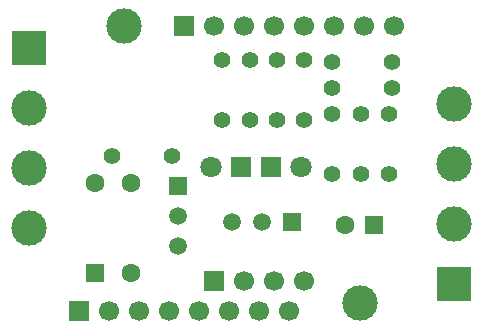
<source format=gbs>
G04 Layer: BottomSolderMaskLayer*
G04 EasyEDA Pro v2.0.34.720dcead, 2023-10-18 14:17:13*
G04 Gerber Generator version 0.3*
G04 Scale: 100 percent, Rotated: No, Reflected: No*
G04 Dimensions in millimeters*
G04 Leading zeros omitted, absolute positions, 3 integers and 3 decimals*
%FSLAX33Y33*%
%MOMM*%
%ADD10R,3.0X3.0*%
%ADD11C,3.0*%
%ADD12R,3.0X3.0*%
%ADD13R,1.6X1.6*%
%ADD14C,1.6*%
%ADD15R,1.7X1.7*%
%ADD16C,1.7*%
%ADD17C,1.4*%
%ADD18R,1.6X1.6*%
%ADD19R,1.5X1.5*%
%ADD20C,1.5*%
%ADD21R,1.5X1.5*%
%ADD22R,1.8X1.8*%
%ADD23C,1.8*%
%ADD24R,1.8X1.8*%
G75*


G04 Pad Start*
G54D10*
G01X144399Y-88265D03*
G54D11*
G01X144399Y-93345D03*
G01X144399Y-98425D03*
G01X144399Y-103505D03*
G54D12*
G01X180340Y-108204D03*
G54D11*
G01X180340Y-103124D03*
G01X180340Y-98044D03*
G01X180340Y-92964D03*
G54D13*
G01X173609Y-103251D03*
G54D14*
G01X171109Y-103251D03*
G54D15*
G01X157480Y-86360D03*
G54D16*
G01X160020Y-86360D03*
G01X162560Y-86360D03*
G01X165100Y-86360D03*
G01X167640Y-86360D03*
G01X170180Y-86360D03*
G01X172720Y-86360D03*
G01X175260Y-86360D03*
G54D15*
G01X148590Y-110490D03*
G54D16*
G01X151130Y-110490D03*
G01X153670Y-110490D03*
G01X156210Y-110490D03*
G01X158750Y-110490D03*
G01X161290Y-110490D03*
G01X163830Y-110490D03*
G01X166370Y-110490D03*
G54D15*
G01X160020Y-107950D03*
G54D16*
G01X162560Y-107950D03*
G01X165100Y-107950D03*
G01X167640Y-107950D03*
G54D11*
G01X152405Y-86357D03*
G01X172400Y-109862D03*
G54D17*
G01X170053Y-93853D03*
G01X170053Y-98933D03*
G01X174879Y-98933D03*
G01X174879Y-93853D03*
G01X167690Y-89245D03*
G01X167690Y-94325D03*
G01X163093Y-89245D03*
G01X163093Y-94325D03*
G01X175120Y-91630D03*
G01X170040Y-91630D03*
G01X160705Y-89245D03*
G01X160705Y-94325D03*
G54D14*
G01X153035Y-107315D03*
G01X153035Y-99695D03*
G54D17*
G01X165379Y-94361D03*
G01X165379Y-89281D03*
G01X151384Y-97409D03*
G01X156464Y-97409D03*
G01X175133Y-89408D03*
G01X170053Y-89408D03*
G54D18*
G01X149987Y-107315D03*
G54D14*
G01X149987Y-99695D03*
G54D19*
G01X166624Y-102997D03*
G54D20*
G01X161544Y-102997D03*
G01X164084Y-102997D03*
G54D21*
G01X156972Y-99949D03*
G54D20*
G01X156972Y-105029D03*
G01X156972Y-102489D03*
G54D22*
G01X164846Y-98298D03*
G54D23*
G01X167386Y-98298D03*
G54D24*
G01X162306Y-98298D03*
G54D23*
G01X159766Y-98298D03*
G54D17*
G01X172466Y-93853D03*
G01X172466Y-98933D03*
G04 Pad End*

M02*

</source>
